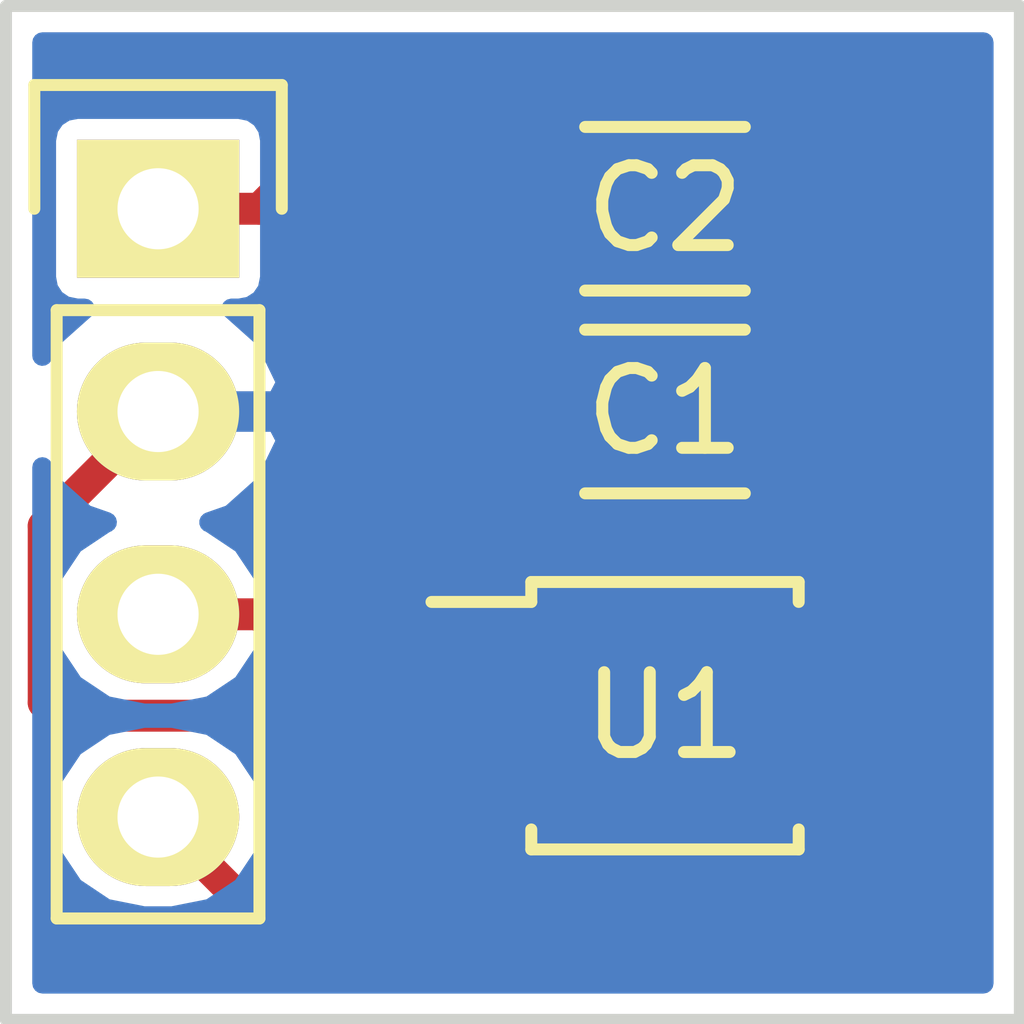
<source format=kicad_pcb>
(kicad_pcb (version 4) (host pcbnew 4.0.2-stable)

  (general
    (links 11)
    (no_connects 0)
    (area 140.941667 101.725 158.255 118.185001)
    (thickness 1.6)
    (drawings 4)
    (tracks 29)
    (zones 0)
    (modules 4)
    (nets 6)
  )

  (page A4)
  (layers
    (0 F.Cu signal)
    (31 B.Cu signal)
    (34 B.Paste user)
    (35 F.Paste user)
    (36 B.SilkS user)
    (37 F.SilkS user)
    (38 B.Mask user)
    (39 F.Mask user)
    (44 Edge.Cuts user)
  )

  (setup
    (last_trace_width 0.4)
    (trace_clearance 0.2)
    (zone_clearance 0.254)
    (zone_45_only no)
    (trace_min 0.2)
    (segment_width 0.2)
    (edge_width 0.15)
    (via_size 0.6)
    (via_drill 0.4)
    (via_min_size 0.4)
    (via_min_drill 0.3)
    (uvia_size 0.3)
    (uvia_drill 0.1)
    (uvias_allowed no)
    (uvia_min_size 0.2)
    (uvia_min_drill 0.1)
    (pcb_text_width 0.3)
    (pcb_text_size 1.5 1.5)
    (mod_edge_width 0.15)
    (mod_text_size 1 1)
    (mod_text_width 0.15)
    (pad_size 1.524 1.524)
    (pad_drill 0.762)
    (pad_to_mask_clearance 0)
    (aux_axis_origin 0 0)
    (visible_elements FFFFFF7F)
    (pcbplotparams
      (layerselection 0x010f0_80000001)
      (usegerberextensions true)
      (excludeedgelayer true)
      (linewidth 0.100000)
      (plotframeref false)
      (viasonmask false)
      (mode 1)
      (useauxorigin false)
      (hpglpennumber 1)
      (hpglpenspeed 20)
      (hpglpendiameter 15)
      (hpglpenoverlay 2)
      (psnegative false)
      (psa4output false)
      (plotreference true)
      (plotvalue true)
      (plotinvisibletext false)
      (padsonsilk false)
      (subtractmaskfromsilk false)
      (outputformat 1)
      (mirror false)
      (drillshape 0)
      (scaleselection 1)
      (outputdirectory C:/Users/Andrew/Desktop/Gerbs/MCP9808/))
  )

  (net 0 "")
  (net 1 VCC)
  (net 2 GND)
  (net 3 /SCL)
  (net 4 /SDA)
  (net 5 "Net-(U1-Pad3)")

  (net_class Default "This is the default net class."
    (clearance 0.2)
    (trace_width 0.4)
    (via_dia 0.6)
    (via_drill 0.4)
    (uvia_dia 0.3)
    (uvia_drill 0.1)
    (add_net /SCL)
    (add_net /SDA)
    (add_net GND)
    (add_net "Net-(U1-Pad3)")
    (add_net VCC)
  )

  (module Capacitors_SMD:C_1206_HandSoldering (layer F.Cu) (tedit 56EF16BD) (tstamp 56EF15EF)
    (at 152.4 110.49 180)
    (descr "Capacitor SMD 1206, hand soldering")
    (tags "capacitor 1206")
    (path /56EF18B6)
    (attr smd)
    (fp_text reference C1 (at 0 0 180) (layer F.SilkS)
      (effects (font (size 1 1) (thickness 0.15)))
    )
    (fp_text value C (at -5.08 5.08 180) (layer F.Fab) hide
      (effects (font (size 1 1) (thickness 0.15)))
    )
    (fp_line (start -3.3 -1.15) (end 3.3 -1.15) (layer F.CrtYd) (width 0.05))
    (fp_line (start -3.3 1.15) (end 3.3 1.15) (layer F.CrtYd) (width 0.05))
    (fp_line (start -3.3 -1.15) (end -3.3 1.15) (layer F.CrtYd) (width 0.05))
    (fp_line (start 3.3 -1.15) (end 3.3 1.15) (layer F.CrtYd) (width 0.05))
    (fp_line (start 1 -1.025) (end -1 -1.025) (layer F.SilkS) (width 0.15))
    (fp_line (start -1 1.025) (end 1 1.025) (layer F.SilkS) (width 0.15))
    (pad 1 smd rect (at -2 0 180) (size 2 1.6) (layers F.Cu F.Paste F.Mask)
      (net 1 VCC))
    (pad 2 smd rect (at 2 0 180) (size 2 1.6) (layers F.Cu F.Paste F.Mask)
      (net 2 GND))
    (model Capacitors_SMD.3dshapes/C_1206_HandSoldering.wrl
      (at (xyz 0 0 0))
      (scale (xyz 1 1 1))
      (rotate (xyz 0 0 0))
    )
  )

  (module Capacitors_SMD:C_1206_HandSoldering (layer F.Cu) (tedit 56EF16B8) (tstamp 56EF15F5)
    (at 152.4 107.95 180)
    (descr "Capacitor SMD 1206, hand soldering")
    (tags "capacitor 1206")
    (path /56EF194B)
    (attr smd)
    (fp_text reference C2 (at 0 0 180) (layer F.SilkS)
      (effects (font (size 1 1) (thickness 0.15)))
    )
    (fp_text value C (at 0 2.3 180) (layer F.Fab) hide
      (effects (font (size 1 1) (thickness 0.15)))
    )
    (fp_line (start -3.3 -1.15) (end 3.3 -1.15) (layer F.CrtYd) (width 0.05))
    (fp_line (start -3.3 1.15) (end 3.3 1.15) (layer F.CrtYd) (width 0.05))
    (fp_line (start -3.3 -1.15) (end -3.3 1.15) (layer F.CrtYd) (width 0.05))
    (fp_line (start 3.3 -1.15) (end 3.3 1.15) (layer F.CrtYd) (width 0.05))
    (fp_line (start 1 -1.025) (end -1 -1.025) (layer F.SilkS) (width 0.15))
    (fp_line (start -1 1.025) (end 1 1.025) (layer F.SilkS) (width 0.15))
    (pad 1 smd rect (at -2 0 180) (size 2 1.6) (layers F.Cu F.Paste F.Mask)
      (net 1 VCC))
    (pad 2 smd rect (at 2 0 180) (size 2 1.6) (layers F.Cu F.Paste F.Mask)
      (net 2 GND))
    (model Capacitors_SMD.3dshapes/C_1206_HandSoldering.wrl
      (at (xyz 0 0 0))
      (scale (xyz 1 1 1))
      (rotate (xyz 0 0 0))
    )
  )

  (module Housings_SSOP:MSOP-8_3x3mm_Pitch0.65mm (layer F.Cu) (tedit 56EF16C1) (tstamp 56EF1609)
    (at 152.4 114.3)
    (descr "8-Lead Plastic Micro Small Outline Package (MS) [MSOP] (see Microchip Packaging Specification 00000049BS.pdf)")
    (tags "SSOP 0.65")
    (path /56EF1815)
    (attr smd)
    (fp_text reference U1 (at 0 0) (layer F.SilkS)
      (effects (font (size 1 1) (thickness 0.15)))
    )
    (fp_text value MCP9808 (at 0 2.6) (layer F.Fab)
      (effects (font (size 1 1) (thickness 0.15)))
    )
    (fp_line (start -3.2 -1.85) (end -3.2 1.85) (layer F.CrtYd) (width 0.05))
    (fp_line (start 3.2 -1.85) (end 3.2 1.85) (layer F.CrtYd) (width 0.05))
    (fp_line (start -3.2 -1.85) (end 3.2 -1.85) (layer F.CrtYd) (width 0.05))
    (fp_line (start -3.2 1.85) (end 3.2 1.85) (layer F.CrtYd) (width 0.05))
    (fp_line (start -1.675 -1.675) (end -1.675 -1.425) (layer F.SilkS) (width 0.15))
    (fp_line (start 1.675 -1.675) (end 1.675 -1.425) (layer F.SilkS) (width 0.15))
    (fp_line (start 1.675 1.675) (end 1.675 1.425) (layer F.SilkS) (width 0.15))
    (fp_line (start -1.675 1.675) (end -1.675 1.425) (layer F.SilkS) (width 0.15))
    (fp_line (start -1.675 -1.675) (end 1.675 -1.675) (layer F.SilkS) (width 0.15))
    (fp_line (start -1.675 1.675) (end 1.675 1.675) (layer F.SilkS) (width 0.15))
    (fp_line (start -1.675 -1.425) (end -2.925 -1.425) (layer F.SilkS) (width 0.15))
    (pad 1 smd rect (at -2.2 -0.975) (size 1.45 0.45) (layers F.Cu F.Paste F.Mask)
      (net 4 /SDA))
    (pad 2 smd rect (at -2.2 -0.325) (size 1.45 0.45) (layers F.Cu F.Paste F.Mask)
      (net 3 /SCL))
    (pad 3 smd rect (at -2.2 0.325) (size 1.45 0.45) (layers F.Cu F.Paste F.Mask)
      (net 5 "Net-(U1-Pad3)"))
    (pad 4 smd rect (at -2.2 0.975) (size 1.45 0.45) (layers F.Cu F.Paste F.Mask)
      (net 2 GND))
    (pad 5 smd rect (at 2.2 0.975) (size 1.45 0.45) (layers F.Cu F.Paste F.Mask)
      (net 2 GND))
    (pad 6 smd rect (at 2.2 0.325) (size 1.45 0.45) (layers F.Cu F.Paste F.Mask)
      (net 2 GND))
    (pad 7 smd rect (at 2.2 -0.325) (size 1.45 0.45) (layers F.Cu F.Paste F.Mask)
      (net 2 GND))
    (pad 8 smd rect (at 2.2 -0.975) (size 1.45 0.45) (layers F.Cu F.Paste F.Mask)
      (net 1 VCC))
    (model Housings_SSOP.3dshapes/MSOP-8_3x3mm_Pitch0.65mm.wrl
      (at (xyz 0 0 0))
      (scale (xyz 1 1 1))
      (rotate (xyz 0 0 0))
    )
  )

  (module Pin_Headers:Pin_Header_Straight_1x04 (layer F.Cu) (tedit 56EF1697) (tstamp 56EF164E)
    (at 146.05 107.95)
    (descr "Through hole pin header")
    (tags "pin header")
    (path /56EF19EF)
    (fp_text reference P1 (at 0 -5.1) (layer F.SilkS) hide
      (effects (font (size 1 1) (thickness 0.15)))
    )
    (fp_text value CONN_01X04 (at 0 -3.1) (layer F.Fab) hide
      (effects (font (size 1 1) (thickness 0.15)))
    )
    (fp_line (start -1.75 -1.75) (end -1.75 9.4) (layer F.CrtYd) (width 0.05))
    (fp_line (start 1.75 -1.75) (end 1.75 9.4) (layer F.CrtYd) (width 0.05))
    (fp_line (start -1.75 -1.75) (end 1.75 -1.75) (layer F.CrtYd) (width 0.05))
    (fp_line (start -1.75 9.4) (end 1.75 9.4) (layer F.CrtYd) (width 0.05))
    (fp_line (start -1.27 1.27) (end -1.27 8.89) (layer F.SilkS) (width 0.15))
    (fp_line (start 1.27 1.27) (end 1.27 8.89) (layer F.SilkS) (width 0.15))
    (fp_line (start 1.55 -1.55) (end 1.55 0) (layer F.SilkS) (width 0.15))
    (fp_line (start -1.27 8.89) (end 1.27 8.89) (layer F.SilkS) (width 0.15))
    (fp_line (start 1.27 1.27) (end -1.27 1.27) (layer F.SilkS) (width 0.15))
    (fp_line (start -1.55 0) (end -1.55 -1.55) (layer F.SilkS) (width 0.15))
    (fp_line (start -1.55 -1.55) (end 1.55 -1.55) (layer F.SilkS) (width 0.15))
    (pad 1 thru_hole rect (at 0 0) (size 2.032 1.7272) (drill 1.016) (layers *.Cu *.Mask F.SilkS)
      (net 1 VCC))
    (pad 2 thru_hole oval (at 0 2.54) (size 2.032 1.7272) (drill 1.016) (layers *.Cu *.Mask F.SilkS)
      (net 2 GND))
    (pad 3 thru_hole oval (at 0 5.08) (size 2.032 1.7272) (drill 1.016) (layers *.Cu *.Mask F.SilkS)
      (net 3 /SCL))
    (pad 4 thru_hole oval (at 0 7.62) (size 2.032 1.7272) (drill 1.016) (layers *.Cu *.Mask F.SilkS)
      (net 4 /SDA))
    (model Pin_Headers.3dshapes/Pin_Header_Straight_1x04.wrl
      (at (xyz 0 -0.15 0))
      (scale (xyz 1 1 1))
      (rotate (xyz 0 0 90))
    )
  )

  (gr_line (start 156.845 105.41) (end 144.145 105.41) (angle 90) (layer Edge.Cuts) (width 0.15))
  (gr_line (start 156.845 118.11) (end 156.845 105.41) (angle 90) (layer Edge.Cuts) (width 0.15))
  (gr_line (start 144.145 118.11) (end 156.845 118.11) (angle 90) (layer Edge.Cuts) (width 0.15))
  (gr_line (start 144.145 105.41) (end 144.145 118.11) (angle 90) (layer Edge.Cuts) (width 0.15))

  (segment (start 146.05 107.95) (end 147.32 107.95) (width 0.4) (layer F.Cu) (net 1))
  (segment (start 153.13 106.68) (end 154.4 107.95) (width 0.4) (layer F.Cu) (net 1) (tstamp 56EF17D0))
  (segment (start 148.59 106.68) (end 153.13 106.68) (width 0.4) (layer F.Cu) (net 1) (tstamp 56EF17CD))
  (segment (start 147.32 107.95) (end 148.59 106.68) (width 0.4) (layer F.Cu) (net 1) (tstamp 56EF17C5))
  (segment (start 154.4 107.95) (end 154.4 110.49) (width 0.4) (layer F.Cu) (net 1) (tstamp 56EF17D1))
  (segment (start 154.6 113.325) (end 154.6 110.69) (width 0.4) (layer F.Cu) (net 1))
  (segment (start 154.6 110.69) (end 154.4 110.49) (width 0.4) (layer F.Cu) (net 1) (tstamp 56EF17A9))
  (segment (start 150.4 110.49) (end 150.4 107.95) (width 0.4) (layer F.Cu) (net 2))
  (segment (start 150.4 110.49) (end 150.4 111.03) (width 0.4) (layer F.Cu) (net 2))
  (segment (start 150.4 111.03) (end 153.345 113.975) (width 0.4) (layer F.Cu) (net 2) (tstamp 56EF17B3))
  (segment (start 153.345 113.975) (end 154.6 113.975) (width 0.4) (layer F.Cu) (net 2) (tstamp 56EF17B6))
  (segment (start 154.6 113.975) (end 154.6 114.625) (width 0.4) (layer F.Cu) (net 2) (tstamp 56EF17B8))
  (segment (start 154.6 114.625) (end 154.6 115.275) (width 0.4) (layer F.Cu) (net 2) (tstamp 56EF17BA))
  (segment (start 146.05 110.49) (end 150.4 110.49) (width 0.4) (layer F.Cu) (net 2))
  (segment (start 150.2 115.275) (end 148.295 115.275) (width 0.4) (layer F.Cu) (net 2))
  (segment (start 144.61744 111.92256) (end 146.05 110.49) (width 0.4) (layer F.Cu) (net 2) (tstamp 56EF1798))
  (segment (start 144.61744 114.13744) (end 144.61744 111.92256) (width 0.4) (layer F.Cu) (net 2) (tstamp 56EF1795))
  (segment (start 144.78 114.3) (end 144.61744 114.13744) (width 0.4) (layer F.Cu) (net 2) (tstamp 56EF178C))
  (segment (start 147.32 114.3) (end 144.78 114.3) (width 0.4) (layer F.Cu) (net 2) (tstamp 56EF178A))
  (segment (start 148.295 115.275) (end 147.32 114.3) (width 0.4) (layer F.Cu) (net 2) (tstamp 56EF1787))
  (segment (start 146.05 113.03) (end 147.32 113.03) (width 0.4) (layer F.Cu) (net 3))
  (segment (start 148.265 113.975) (end 150.2 113.975) (width 0.4) (layer F.Cu) (net 3) (tstamp 56EF176B))
  (segment (start 147.32 113.03) (end 148.265 113.975) (width 0.4) (layer F.Cu) (net 3) (tstamp 56EF1769))
  (segment (start 146.05 115.57) (end 147.32 116.84) (width 0.4) (layer F.Cu) (net 4))
  (segment (start 151.425 113.325) (end 150.2 113.325) (width 0.4) (layer F.Cu) (net 4) (tstamp 56EF175D))
  (segment (start 152.4 114.3) (end 151.425 113.325) (width 0.4) (layer F.Cu) (net 4) (tstamp 56EF175A))
  (segment (start 152.4 115.57) (end 152.4 114.3) (width 0.4) (layer F.Cu) (net 4) (tstamp 56EF1758))
  (segment (start 151.13 116.84) (end 152.4 115.57) (width 0.4) (layer F.Cu) (net 4) (tstamp 56EF1757))
  (segment (start 147.32 116.84) (end 151.13 116.84) (width 0.4) (layer F.Cu) (net 4) (tstamp 56EF1753))

  (zone (net 2) (net_name GND) (layer B.Cu) (tstamp 56EF16E4) (hatch edge 0.508)
    (connect_pads (clearance 0.254))
    (min_thickness 0.254)
    (fill yes (arc_segments 16) (thermal_gap 0.508) (thermal_bridge_width 0.508))
    (polygon
      (pts
        (xy 144.145 105.41) (xy 144.145 118.11) (xy 156.845 118.11) (xy 156.845 105.41)
      )
    )
    (filled_polygon
      (pts
        (xy 156.389 117.654) (xy 144.601 117.654) (xy 144.601 115.57) (xy 144.625631 115.57) (xy 144.720371 116.046288)
        (xy 144.990166 116.450065) (xy 145.393943 116.71986) (xy 145.870231 116.8146) (xy 146.229769 116.8146) (xy 146.706057 116.71986)
        (xy 147.109834 116.450065) (xy 147.379629 116.046288) (xy 147.474369 115.57) (xy 147.379629 115.093712) (xy 147.109834 114.689935)
        (xy 146.706057 114.42014) (xy 146.229769 114.3254) (xy 145.870231 114.3254) (xy 145.393943 114.42014) (xy 144.990166 114.689935)
        (xy 144.720371 115.093712) (xy 144.625631 115.57) (xy 144.601 115.57) (xy 144.601 111.188036) (xy 144.699268 111.392036)
        (xy 145.13568 111.781954) (xy 145.408243 111.877296) (xy 145.393943 111.88014) (xy 144.990166 112.149935) (xy 144.720371 112.553712)
        (xy 144.625631 113.03) (xy 144.720371 113.506288) (xy 144.990166 113.910065) (xy 145.393943 114.17986) (xy 145.870231 114.2746)
        (xy 146.229769 114.2746) (xy 146.706057 114.17986) (xy 147.109834 113.910065) (xy 147.379629 113.506288) (xy 147.474369 113.03)
        (xy 147.379629 112.553712) (xy 147.109834 112.149935) (xy 146.706057 111.88014) (xy 146.691757 111.877296) (xy 146.96432 111.781954)
        (xy 147.400732 111.392036) (xy 147.654709 110.864791) (xy 147.657358 110.849026) (xy 147.536217 110.617) (xy 146.177 110.617)
        (xy 146.177 110.637) (xy 145.923 110.637) (xy 145.923 110.617) (xy 145.903 110.617) (xy 145.903 110.363)
        (xy 145.923 110.363) (xy 145.923 110.343) (xy 146.177 110.343) (xy 146.177 110.363) (xy 147.536217 110.363)
        (xy 147.657358 110.130974) (xy 147.654709 110.115209) (xy 147.400732 109.587964) (xy 146.968817 109.202064) (xy 147.066 109.202064)
        (xy 147.20719 109.175497) (xy 147.336865 109.092054) (xy 147.423859 108.964734) (xy 147.454464 108.8136) (xy 147.454464 107.0864)
        (xy 147.427897 106.94521) (xy 147.344454 106.815535) (xy 147.217134 106.728541) (xy 147.066 106.697936) (xy 145.034 106.697936)
        (xy 144.89281 106.724503) (xy 144.763135 106.807946) (xy 144.676141 106.935266) (xy 144.645536 107.0864) (xy 144.645536 108.8136)
        (xy 144.672103 108.95479) (xy 144.755546 109.084465) (xy 144.882866 109.171459) (xy 145.034 109.202064) (xy 145.131183 109.202064)
        (xy 144.699268 109.587964) (xy 144.601 109.791964) (xy 144.601 105.866) (xy 156.389 105.866)
      )
    )
  )
)

</source>
